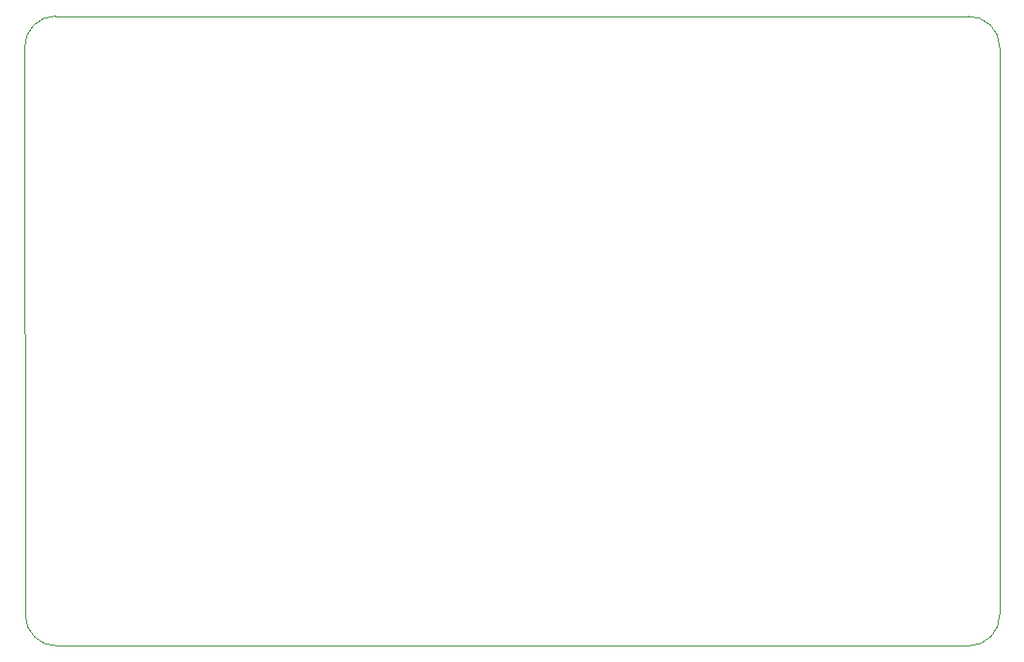
<source format=gbr>
%TF.GenerationSoftware,KiCad,Pcbnew,7.0.8*%
%TF.CreationDate,2023-11-15T14:15:31+01:00*%
%TF.ProjectId,tarjeta-rev1,7461726a-6574-4612-9d72-6576312e6b69,rev?*%
%TF.SameCoordinates,Original*%
%TF.FileFunction,Profile,NP*%
%FSLAX46Y46*%
G04 Gerber Fmt 4.6, Leading zero omitted, Abs format (unit mm)*
G04 Created by KiCad (PCBNEW 7.0.8) date 2023-11-15 14:15:31*
%MOMM*%
%LPD*%
G01*
G04 APERTURE LIST*
%TA.AperFunction,Profile*%
%ADD10C,0.050000*%
%TD*%
G04 APERTURE END LIST*
D10*
%TO.C,REF\u002A\u002A*%
X583244681Y-161071175D02*
X583303633Y-210601720D01*
X586100000Y-213300000D02*
X665601720Y-213296367D01*
X665503633Y-158301720D02*
X585942961Y-158274808D01*
X668300000Y-210500000D02*
X668300000Y-161000000D01*
X585942961Y-158274808D02*
G75*
G03*
X583244681Y-161071175I-1J-2699999D01*
G01*
X583303633Y-210601720D02*
G75*
G03*
X586100000Y-213300000I2699999J-1D01*
G01*
X668300000Y-161000000D02*
G75*
G03*
X665503633Y-158301720I-2700000J0D01*
G01*
X665601720Y-213296321D02*
G75*
G03*
X668299999Y-210500000I80J2699921D01*
G01*
%TD*%
M02*

</source>
